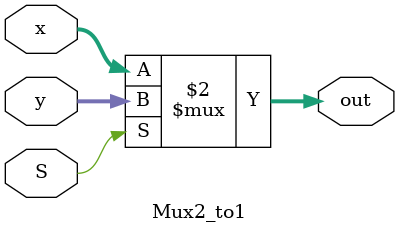
<source format=v>
module Mux2_to1(x,y,S,out);
parameter n = 32 ;

input[n-1:0] x ,y ;
output[n-1:0] out ;

input S;

assign out = (S==0) ? x : y ;

endmodule 
</source>
